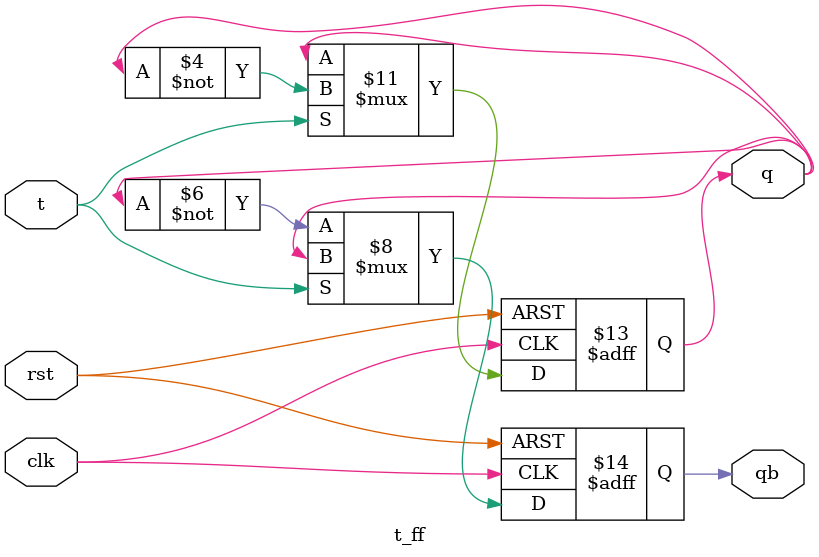
<source format=v>
module down_T(	
		input clk, 
		input rst, 
		output [3:0]q,	// Use wire
		output [3:0]qb	// Use wire not reg
	);

// This is not Procedural statement.
// Do not use REG for output here

	t_ff t0(1'b1,	rst,	clk,	q[0],	qb[0]);
	t_ff t1(1'b1,	rst,	q[0],	q[1],	qb[1]);
	t_ff t2(1'b1,	rst,	q[1],	q[2],	qb[2]);
	t_ff t3(1'b1,	rst,	q[2],	q[3],	qb[3]);

endmodule





// T FLIP Flop Block
module t_ff(
		input t,
		input rst,
		input clk,

		output reg q,
		output reg qb	);

always @(posedge clk or negedge rst)
begin
	if(!rst)
		begin 
		q 	= 	1'b0;
		qb 	= 	~q;
		end

	else if(t)
		begin
		q 	=	~q;
		qb	=	~q;	
		end

	else	
		begin
			q	=	 q;
			qb	=	~q;
		end
end

endmodule	

</source>
